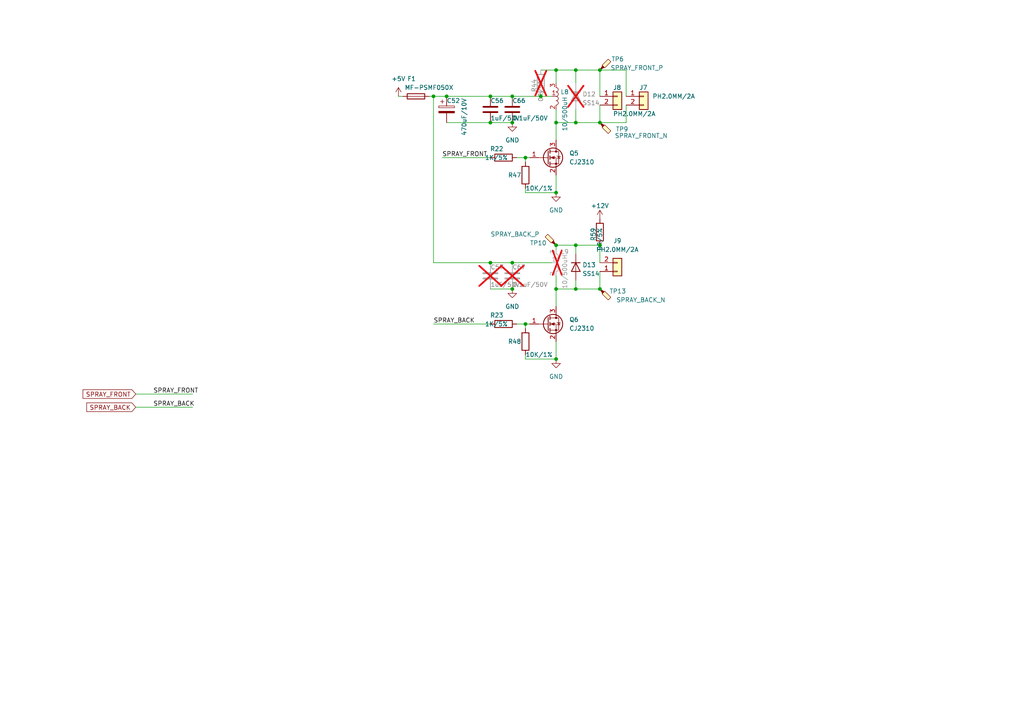
<source format=kicad_sch>
(kicad_sch (version 20231120) (generator "eeschema") (generator_version "8.0")
  (paper "A4")
  (lib_symbols
    (symbol "Connector:TestPoint_Probe" (pin_numbers hide) (pin_names (offset 0.762) hide)
      (property "Reference" "TP" (at 1.651 5.842 0))
      (property "Value" "TestPoint_Probe" (at 1.651 4.064 0))
      (symbol "TestPoint_Probe_0_1"
        (polyline (pts (xy 1.27 0.762) (xy 0 0) (xy 0.762 1.27) (xy 1.27 0.762)) (fill (type outline)))
        (polyline (pts (xy 1.397 0.635) (xy 0.635 1.397) (xy 2.413 3.175) (xy 3.175 2.413) (xy 1.397 0.635)) (fill (type background)))
      )
      (symbol "TestPoint_Probe_1_1"
        (pin passive line (at 0 0 90) (length 0) (name "1") (number "1"))
      )
    )
    (symbol "Connector_Generic:Conn_01x02" (pin_names (offset 1.016) hide)
      (property "Reference" "J" (at 0 2.54 0))
      (property "Value" "Conn_01x02" (at 0 -5.08 0))
      (symbol "Conn_01x02_1_1"
        (rectangle (start -1.27 -2.413) (end 0 -2.667) (stroke (width 0.1524)))
        (rectangle (start -1.27 0.127) (end 0 -0.127) (stroke (width 0.1524)))
        (rectangle (start -1.27 1.27) (end 1.27 -3.81) (stroke (width 0.254)) (fill (type background)))
        (pin passive line (at -5.08 0 0) (length 3.81) (name "Pin_1") (number "1"))
        (pin passive line (at -5.08 -2.54 0) (length 3.81) (name "Pin_2") (number "2"))
      )
    )
    (symbol "Device:C" (pin_numbers hide) (pin_names (offset 0.254))
      (property "Reference" "C" (at 0.635 2.54 0))
      (property "Value" "C" (at 0.635 -2.54 0))
      (symbol "C_0_1"
        (polyline (pts (xy -2.032 -0.762) (xy 2.032 -0.762)) (stroke (width 0.508)))
        (polyline (pts (xy -2.032 0.762) (xy 2.032 0.762)) (stroke (width 0.508)))
      )
      (symbol "C_1_1"
        (pin passive line (at 0 3.81 270) (length 2.794) (name "~") (number "1"))
        (pin passive line (at 0 -3.81 90) (length 2.794) (name "~") (number "2"))
      )
    )
    (symbol "Device:C_Polarized" (pin_numbers hide) (pin_names (offset 0.254))
      (property "Reference" "C" (at 0.635 2.54 0))
      (property "Value" "C_Polarized" (at 0.635 -2.54 0))
      (symbol "C_Polarized_0_1"
        (rectangle (start -2.286 0.508) (end 2.286 1.016))
        (polyline (pts (xy -1.778 2.286) (xy -0.762 2.286)))
        (polyline (pts (xy -1.27 2.794) (xy -1.27 1.778)))
        (rectangle (start 2.286 -0.508) (end -2.286 -1.016) (fill (type outline)))
      )
      (symbol "C_Polarized_1_1"
        (pin passive line (at 0 3.81 270) (length 2.794) (name "~") (number "1"))
        (pin passive line (at 0 -3.81 90) (length 2.794) (name "~") (number "2"))
      )
    )
    (symbol "Device:D" (pin_numbers hide) (pin_names (offset 1.016) hide)
      (property "Reference" "D" (at 0 2.54 0))
      (property "Value" "D" (at 0 -2.54 0))
      (symbol "D_0_1"
        (polyline (pts (xy -1.27 1.27) (xy -1.27 -1.27)) (stroke (width 0.254)))
        (polyline (pts (xy 1.27 0) (xy -1.27 0)))
        (polyline (pts (xy 1.27 1.27) (xy 1.27 -1.27) (xy -1.27 0) (xy 1.27 1.27)) (stroke (width 0.254)))
      )
      (symbol "D_1_1"
        (pin passive line (at -3.81 0 0) (length 2.54) (name "K") (number "1"))
        (pin passive line (at 3.81 0 180) (length 2.54) (name "A") (number "2"))
      )
    )
    (symbol "Device:Fuse" (pin_numbers hide) (pin_names (offset 0))
      (property "Reference" "F" (at 2.032 0 90))
      (property "Value" "Fuse" (at -1.905 0 90))
      (symbol "Fuse_0_1"
        (rectangle (start -0.762 -2.54) (end 0.762 2.54) (stroke (width 0.254)))
        (polyline (pts (xy 0 2.54) (xy 0 -2.54)))
      )
      (symbol "Fuse_1_1"
        (pin passive line (at 0 3.81 270) (length 1.27) (name "~") (number "1"))
        (pin passive line (at 0 -3.81 90) (length 1.27) (name "~") (number "2"))
      )
    )
    (symbol "Device:Q_NMOS_GSD" (pin_names (offset 0) hide)
      (property "Reference" "Q" (at 5.08 1.27 0))
      (property "Value" "Q_NMOS_GSD" (at 5.08 -1.27 0))
      (symbol "Q_NMOS_GSD_0_1"
        (polyline (pts (xy 0.254 0) (xy -2.54 0)))
        (polyline (pts (xy 0.254 1.905) (xy 0.254 -1.905)) (stroke (width 0.254)))
        (polyline (pts (xy 0.762 -1.27) (xy 0.762 -2.286)) (stroke (width 0.254)))
        (polyline (pts (xy 0.762 0.508) (xy 0.762 -0.508)) (stroke (width 0.254)))
        (polyline (pts (xy 0.762 2.286) (xy 0.762 1.27)) (stroke (width 0.254)))
        (polyline (pts (xy 2.54 2.54) (xy 2.54 1.778)))
        (polyline (pts (xy 2.54 -2.54) (xy 2.54 0) (xy 0.762 0)))
        (polyline (pts (xy 0.762 -1.778) (xy 3.302 -1.778) (xy 3.302 1.778) (xy 0.762 1.778)))
        (polyline (pts (xy 1.016 0) (xy 2.032 0.381) (xy 2.032 -0.381) (xy 1.016 0)) (fill (type outline)))
        (polyline (pts (xy 2.794 0.508) (xy 2.921 0.381) (xy 3.683 0.381) (xy 3.81 0.254)))
        (polyline (pts (xy 3.302 0.381) (xy 2.921 -0.254) (xy 3.683 -0.254) (xy 3.302 0.381)))
        (circle (center 1.651 0) (radius 2.794) (stroke (width 0.254)))
        (circle (center 2.54 -1.778) (radius 0.254) (fill (type outline)))
        (circle (center 2.54 1.778) (radius 0.254) (fill (type outline)))
      )
      (symbol "Q_NMOS_GSD_1_1"
        (pin input line (at -5.08 0 0) (length 2.54) (name "G") (number "1"))
        (pin passive line (at 2.54 -5.08 90) (length 2.54) (name "S") (number "2"))
        (pin passive line (at 2.54 5.08 270) (length 2.54) (name "D") (number "3"))
      )
    )
    (symbol "Device:R" (pin_numbers hide) (pin_names (offset 0))
      (property "Reference" "R" (at 2.032 0 90))
      (property "Value" "R" (at 0 0 90))
      (symbol "R_0_1"
        (rectangle (start -1.016 -2.54) (end 1.016 2.54) (stroke (width 0.254)))
      )
      (symbol "R_1_1"
        (pin passive line (at 0 3.81 270) (length 1.27) (name "~") (number "1"))
        (pin passive line (at 0 -3.81 90) (length 1.27) (name "~") (number "2"))
      )
    )
    (symbol "Ovo_Device:L_Coupled_1213" (pin_names hide)
      (property "Reference" "L" (at 2.54 2.54 0))
      (property "Value" "L_Coupled_1213" (at 10.16 0 0))
      (symbol "L_Coupled_1213_0_1"
        (arc (start 0 -2.54) (mid 0.6323 -1.905) (end 0 -1.27))
        (arc (start 0 -1.27) (mid 0.6323 -0.635) (end 0 0))
        (arc (start 0 0) (mid 0.6323 0.635) (end 0 1.27))
        (arc (start 0 1.27) (mid 0.6323 1.905) (end 0 2.54))
      )
      (symbol "L_Coupled_1213_1_1"
        (pin passive line (at -1.27 0 0) (length 1.27) (name "1") (number "1"))
        (pin passive line (at 0 -3.81 90) (length 1.27) (name "2") (number "2"))
        (pin passive line (at 0 3.81 270) (length 1.27) (name "3") (number "3"))
      )
    )
    (symbol "power:+12V" (power) (pin_names (offset 0))
      (property "Value" "+12V" (at 0 3.556 0))
      (symbol "+12V_0_1"
        (polyline (pts (xy -0.762 1.27) (xy 0 2.54)))
        (polyline (pts (xy 0 0) (xy 0 2.54)))
        (polyline (pts (xy 0 2.54) (xy 0.762 1.27)))
      )
      (symbol "+12V_1_1"
        (pin power_in line (at 0 0 90) (length 0) hide (name "+12V") (number "1"))
      )
    )
    (symbol "power:+5V" (power) (pin_names (offset 0))
      (property "Value" "+5V" (at 0 3.556 0))
      (symbol "+5V_0_1"
        (polyline (pts (xy -0.762 1.27) (xy 0 2.54)))
        (polyline (pts (xy 0 0) (xy 0 2.54)))
        (polyline (pts (xy 0 2.54) (xy 0.762 1.27)))
      )
      (symbol "+5V_1_1"
        (pin power_in line (at 0 0 90) (length 0) hide (name "+5V") (number "1"))
      )
    )
    (symbol "power:GND" (power) (pin_names (offset 0))
      (property "Value" "GND" (at 0 -3.81 0))
      (symbol "GND_0_1"
        (polyline (pts (xy 0 0) (xy 0 -1.27) (xy 1.27 -1.27) (xy 0 -2.54) (xy -1.27 -1.27) (xy 0 -1.27)))
      )
      (symbol "GND_1_1"
        (pin power_in line (at 0 0 270) (length 0) hide (name "GND") (number "1"))
      )
    )
  )
  (junction (at 161.29 83.82))
  (junction (at 148.59 27.94))
  (junction (at 148.59 35.56))
  (junction (at 148.59 83.82))
  (junction (at 142.24 35.56))
  (junction (at 161.29 35.56))
  (junction (at 173.99 71.12))
  (junction (at 167.005 83.82))
  (junction (at 152.4 45.72))
  (junction (at 167.005 35.56))
  (junction (at 167.005 20.32))
  (junction (at 161.29 104.14))
  (junction (at 125.73 27.94))
  (junction (at 161.29 55.88))
  (junction (at 173.99 20.32))
  (junction (at 152.4 93.98))
  (junction (at 142.24 27.94))
  (junction (at 148.59 76.2))
  (junction (at 173.99 35.56))
  (junction (at 161.29 20.32))
  (junction (at 142.24 76.2))
  (junction (at 129.54 27.94))
  (junction (at 167.005 71.12))
  (junction (at 156.845 27.94))
  (junction (at 161.29 71.12))
  (junction (at 173.99 83.82))
  (wire (pts (xy 129.54 27.94) (xy 142.24 27.94)))
  (wire (pts (xy 161.29 35.56) (xy 161.29 40.64)))
  (wire (pts (xy 167.005 31.75) (xy 167.005 35.56)))
  (wire (pts (xy 124.46 27.94) (xy 125.73 27.94)))
  (wire (pts (xy 149.86 93.98) (xy 152.4 93.98)))
  (wire (pts (xy 152.4 45.72) (xy 152.4 46.99)))
  (wire (pts (xy 167.005 83.82) (xy 161.29 83.82)))
  (wire (pts (xy 152.4 93.98) (xy 153.67 93.98)))
  (wire (pts (xy 142.24 83.82) (xy 148.59 83.82)))
  (wire (pts (xy 167.005 35.56) (xy 161.29 35.56)))
  (wire (pts (xy 115.57 27.94) (xy 116.84 27.94)))
  (wire (pts (xy 129.54 35.56) (xy 142.24 35.56)))
  (wire (pts (xy 156.845 27.94) (xy 160.02 27.94)))
  (wire (pts (xy 149.86 45.72) (xy 152.4 45.72)))
  (wire (pts (xy 161.29 31.75) (xy 161.29 35.56)))
  (wire (pts (xy 39.37 114.3) (xy 55.88 114.3)))
  (wire (pts (xy 142.24 27.94) (xy 148.59 27.94)))
  (wire (pts (xy 181.61 20.32) (xy 181.61 27.94)))
  (wire (pts (xy 152.4 104.14) (xy 152.4 102.87)))
  (wire (pts (xy 181.61 35.56) (xy 173.99 35.56)))
  (wire (pts (xy 152.4 55.88) (xy 152.4 54.61)))
  (wire (pts (xy 173.99 30.48) (xy 173.99 35.56)))
  (wire (pts (xy 128.27 45.72) (xy 142.24 45.72)))
  (wire (pts (xy 167.005 20.32) (xy 173.99 20.32)))
  (wire (pts (xy 142.24 76.2) (xy 148.59 76.2)))
  (wire (pts (xy 142.24 35.56) (xy 148.59 35.56)))
  (wire (pts (xy 167.005 71.12) (xy 173.99 71.12)))
  (wire (pts (xy 181.61 30.48) (xy 181.61 35.56)))
  (wire (pts (xy 181.61 20.32) (xy 173.99 20.32)))
  (wire (pts (xy 173.99 20.32) (xy 173.99 27.94)))
  (wire (pts (xy 125.73 76.2) (xy 142.24 76.2)))
  (wire (pts (xy 125.73 27.94) (xy 129.54 27.94)))
  (wire (pts (xy 161.29 104.14) (xy 152.4 104.14)))
  (wire (pts (xy 161.29 55.88) (xy 152.4 55.88)))
  (wire (pts (xy 167.005 20.32) (xy 167.005 24.13)))
  (wire (pts (xy 161.29 71.12) (xy 167.005 71.12)))
  (wire (pts (xy 173.99 83.82) (xy 167.005 83.82)))
  (wire (pts (xy 167.005 71.12) (xy 167.005 73.66)))
  (wire (pts (xy 125.73 27.94) (xy 125.73 76.2)))
  (wire (pts (xy 161.29 104.14) (xy 161.29 99.06)))
  (wire (pts (xy 173.99 78.74) (xy 173.99 83.82)))
  (wire (pts (xy 39.37 118.11) (xy 55.88 118.11)))
  (wire (pts (xy 161.29 20.32) (xy 161.29 24.13)))
  (wire (pts (xy 167.005 81.28) (xy 167.005 83.82)))
  (wire (pts (xy 148.59 27.94) (xy 156.845 27.94)))
  (wire (pts (xy 161.29 83.82) (xy 161.29 88.9)))
  (wire (pts (xy 173.99 71.12) (xy 173.99 76.2)))
  (wire (pts (xy 173.99 35.56) (xy 167.005 35.56)))
  (wire (pts (xy 148.59 76.2) (xy 160.02 76.2)))
  (wire (pts (xy 156.845 20.32) (xy 161.29 20.32)))
  (wire (pts (xy 161.29 20.32) (xy 167.005 20.32)))
  (wire (pts (xy 125.73 93.98) (xy 142.24 93.98)))
  (wire (pts (xy 161.29 71.12) (xy 161.29 72.39)))
  (wire (pts (xy 152.4 93.98) (xy 152.4 95.25)))
  (wire (pts (xy 161.29 80.01) (xy 161.29 83.82)))
  (wire (pts (xy 152.4 45.72) (xy 153.67 45.72)))
  (wire (pts (xy 161.29 55.88) (xy 161.29 50.8)))
  (label "SPRAY_FRONT" (at 44.45 114.3 0))
  (label "SPRAY_BACK" (at 44.45 118.11 0))
  (label "SPRAY_BACK" (at 125.73 93.98 0))
  (label "SPRAY_FRONT" (at 128.27 45.72 0))
  (global_label "SPRAY_BACK" (shape input) (at 39.37 118.11 180) (property "Intersheetrefs" "${INTERSHEET_REFS}" (effects (hide yes))))
  (global_label "SPRAY_FRONT" (shape input) (at 39.37 114.3 180) (property "Intersheetrefs" "${INTERSHEET_REFS}" (effects (hide yes))))
  (symbol (lib_id "Device:Fuse") (at 120.65 27.94 90) (unit 1)
    (property "Reference" "F1" (at 119.38 22.86 90))
    (property "Value" "MF-PSMF050X" (at 124.46 25.4 90))
    (property "Footprint" "Fuse:Fuse_0805_2012Metric" (effects (hide yes)))
  )
  (symbol (lib_id "Connector_Generic:Conn_01x02") (at 179.07 78.74 0) (mirror x) (unit 1)
    (property "Reference" "J9" (at 179.07 69.85 0))
    (property "Value" "PH2.0MM/2A" (at 179.07 72.39 0))
    (property "Footprint" "Connector_JST:JST_PH_B2B-PH-K_1x02_P2.00mm_Vertical" (effects (hide yes)))
  )
  (symbol (lib_id "power:+5V") (at 115.57 27.94 0) (unit 1)
    (property "Reference" "#PWR0187" (effects (hide yes)))
    (property "Value" "+5V" (at 115.57 22.86 0))
  )
  (symbol (lib_id "Device:Q_NMOS_GSD") (at 158.75 93.98 0) (unit 1)
    (property "Reference" "Q6" (at 165.1 92.7099 0) (effects (justify left)))
    (property "Value" "CJ2310" (at 165.1 95.2499 0) (effects (justify left)))
    (property "Footprint" "Package_TO_SOT_SMD:SOT-23" (effects (hide yes)))
  )
  (symbol (lib_id "Device:R") (at 152.4 50.8 0) (unit 1)
    (property "Reference" "R47" (at 147.32 50.8 0) (effects (justify left)))
    (property "Value" "10K/1%" (at 152.4 54.61 0) (effects (justify left)))
    (property "Footprint" "Resistor_SMD:R_0603_1608Metric" (effects (hide yes)))
  )
  (symbol (lib_id "Device:C_Polarized") (at 129.54 31.75 0) (unit 1)
    (property "Reference" "C52" (at 129.54 29.21 0) (effects (justify left)))
    (property "Value" "470uF/10V" (at 134.62 39.37 90) (effects (justify left)))
    (property "Footprint" "Capacitor_SMD:CP_Elec_6.3x7.7" (effects (hide yes)))
  )
  (symbol (lib_id "Connector:TestPoint_Probe") (at 161.29 71.12 90) (unit 1)
    (property "Reference" "TP10" (at 153.67 70.485 90) (effects (justify right)))
    (property "Value" "SPRAY_BACK_P" (at 142.24 67.945 90) (effects (justify right)))
    (property "Footprint" "TestPoint:TestPoint_Pad_D1.0mm" (effects (hide yes)))
  )
  (symbol (lib_id "Device:R") (at 156.845 24.13 180) (unit 1) (dnp yes)
    (property "Reference" "R44" (at 154.94 22.86 90) (effects (justify left)))
    (property "Value" "0R/5%" (at 156.845 22.86 90) (effects (justify left)))
    (property "Footprint" "Resistor_SMD:R_0603_1608Metric" (effects (hide yes)))
  )
  (symbol (lib_id "Ovo_Device:L_Coupled_1213") (at 161.29 76.2 0) (unit 1) (dnp yes)
    (property "Reference" "L9" (at 162.56 73.025 0) (effects (justify left)))
    (property "Value" "10/500uH" (at 163.83 83.8201 90) (effects (justify left)))
    (property "Footprint" "Ovo_Inductor_Boost:L_WLJ_CD0805" (effects (hide yes)))
  )
  (symbol (lib_id "Device:C") (at 142.24 80.01 0) (unit 1) (dnp yes)
    (property "Reference" "C57" (at 142.24 77.47 0) (effects (justify left)))
    (property "Value" "1uF/50V" (at 142.24 82.55 0) (effects (justify left)))
    (property "Footprint" "Capacitor_SMD:C_0603_1608Metric" (effects (hide yes)))
  )
  (symbol (lib_id "Connector:TestPoint_Probe") (at 173.99 20.32 0) (unit 1)
    (property "Reference" "TP6" (at 180.975 17.145 0) (effects (justify right)))
    (property "Value" "SPRAY_FRONT_P" (at 192.405 19.685 0) (effects (justify right)))
    (property "Footprint" "TestPoint:TestPoint_Pad_D1.0mm" (effects (hide yes)))
  )
  (symbol (lib_id "power:+12V") (at 173.99 63.5 0) (unit 1)
    (property "Reference" "#PWR08" (effects (hide yes)))
    (property "Value" "+12V" (at 173.99 59.69 0))
  )
  (symbol (lib_id "Device:R") (at 146.05 93.98 90) (unit 1)
    (property "Reference" "R23" (at 146.05 91.44 90) (effects (justify left)))
    (property "Value" "1K/5%" (at 147.32 93.98 90) (effects (justify left)))
    (property "Footprint" "Resistor_SMD:R_0603_1608Metric" (effects (hide yes)))
  )
  (symbol (lib_id "Device:D") (at 167.005 77.47 270) (unit 1)
    (property "Reference" "D13" (at 168.91 76.835 90) (effects (justify left)))
    (property "Value" "SS14" (at 168.91 79.375 90) (effects (justify left)))
    (property "Footprint" "Diode_SMD:D_SOD-123" (effects (hide yes)))
  )
  (symbol (lib_id "Device:C") (at 148.59 80.01 0) (unit 1) (dnp yes)
    (property "Reference" "C67" (at 148.59 77.47 0) (effects (justify left)))
    (property "Value" "0.1uF/50V" (at 148.59 82.55 0) (effects (justify left)))
    (property "Footprint" "Capacitor_SMD:C_0603_1608Metric" (effects (hide yes)))
  )
  (symbol (lib_id "Device:Q_NMOS_GSD") (at 158.75 45.72 0) (unit 1)
    (property "Reference" "Q5" (at 165.1 44.4499 0) (effects (justify left)))
    (property "Value" "CJ2310" (at 165.1 46.9899 0) (effects (justify left)))
    (property "Footprint" "Package_TO_SOT_SMD:SOT-23" (effects (hide yes)))
  )
  (symbol (lib_id "Device:D") (at 167.005 27.94 270) (unit 1) (dnp yes)
    (property "Reference" "D12" (at 168.91 27.305 90) (effects (justify left)))
    (property "Value" "SS14" (at 168.91 29.845 90) (effects (justify left)))
    (property "Footprint" "Diode_SMD:D_SOD-123" (effects (hide yes)))
  )
  (symbol (lib_id "Connector_Generic:Conn_01x02") (at 186.69 27.94 0) (unit 1)
    (property "Reference" "J7" (at 185.42 25.4 0) (effects (justify left)))
    (property "Value" "PH2.0MM/2A" (at 189.23 27.94 0) (effects (justify left)))
    (property "Footprint" "Connector_JST:JST_PH_B2B-PH-K_1x02_P2.00mm_Vertical" (effects (hide yes)))
  )
  (symbol (lib_id "power:GND") (at 161.29 55.88 0) (unit 1)
    (property "Reference" "#PWR0188" (effects (hide yes)))
    (property "Value" "GND" (at 161.29 60.96 0))
  )
  (symbol (lib_id "Device:R") (at 146.05 45.72 90) (unit 1)
    (property "Reference" "R22" (at 146.05 43.18 90) (effects (justify left)))
    (property "Value" "1K/5%" (at 147.32 45.72 90) (effects (justify left)))
    (property "Footprint" "Resistor_SMD:R_0603_1608Metric" (effects (hide yes)))
  )
  (symbol (lib_id "Device:C") (at 148.59 31.75 0) (unit 1)
    (property "Reference" "C66" (at 148.59 29.21 0) (effects (justify left)))
    (property "Value" "0.1uF/50V" (at 148.59 34.29 0) (effects (justify left)))
    (property "Footprint" "Capacitor_SMD:C_0603_1608Metric" (effects (hide yes)))
  )
  (symbol (lib_id "Device:C") (at 142.24 31.75 0) (unit 1)
    (property "Reference" "C56" (at 142.24 29.21 0) (effects (justify left)))
    (property "Value" "1uF/50V" (at 142.24 34.29 0) (effects (justify left)))
    (property "Footprint" "Capacitor_SMD:C_0603_1608Metric" (effects (hide yes)))
  )
  (symbol (lib_id "Connector:TestPoint_Probe") (at 173.99 83.82 270) (unit 1)
    (property "Reference" "TP13" (at 181.61 84.455 90) (effects (justify right)))
    (property "Value" "SPRAY_BACK_N" (at 193.04 86.995 90) (effects (justify right)))
    (property "Footprint" "TestPoint:TestPoint_Pad_D1.0mm" (effects (hide yes)))
  )
  (symbol (lib_id "power:GND") (at 148.59 83.82 0) (unit 1)
    (property "Reference" "#PWR0190" (effects (hide yes)))
    (property "Value" "GND" (at 148.59 88.9 0))
  )
  (symbol (lib_id "Connector_Generic:Conn_01x02") (at 179.07 27.94 0) (unit 1)
    (property "Reference" "J8" (at 177.8 25.4 0) (effects (justify left)))
    (property "Value" "PH2.0MM/2A" (at 177.8 33.02 0) (effects (justify left)))
    (property "Footprint" "Connector_JST:JST_PH_B2B-PH-K_1x02_P2.00mm_Vertical" (effects (hide yes)))
  )
  (symbol (lib_id "Ovo_Device:L_Coupled_1213") (at 161.29 27.94 0) (unit 1)
    (property "Reference" "L8" (at 162.56 26.6699 0) (effects (justify left)))
    (property "Value" "10/500uH" (at 163.83 38.1 90) (effects (justify left)))
    (property "Footprint" "Ovo_Inductor_Boost:L_WLJ_CD0805" (effects (hide yes)))
  )
  (symbol (lib_id "Device:R") (at 173.99 67.31 180) (unit 1)
    (property "Reference" "R59" (at 172.085 66.04 90) (effects (justify left)))
    (property "Value" "0R/5%" (at 173.99 66.04 90) (effects (justify left)))
    (property "Footprint" "Resistor_SMD:R_0603_1608Metric" (effects (hide yes)))
  )
  (symbol (lib_id "power:GND") (at 148.59 35.56 0) (unit 1)
    (property "Reference" "#PWR0186" (effects (hide yes)))
    (property "Value" "GND" (at 148.59 40.64 0))
  )
  (symbol (lib_id "Device:R") (at 152.4 99.06 0) (unit 1)
    (property "Reference" "R48" (at 147.32 99.06 0) (effects (justify left)))
    (property "Value" "10K/1%" (at 152.4 102.87 0) (effects (justify left)))
    (property "Footprint" "Resistor_SMD:R_0603_1608Metric" (effects (hide yes)))
  )
  (symbol (lib_id "power:GND") (at 161.29 104.14 0) (unit 1)
    (property "Reference" "#PWR0189" (effects (hide yes)))
    (property "Value" "GND" (at 161.29 109.22 0))
  )
  (symbol (lib_id "Connector:TestPoint_Probe") (at 173.99 35.56 270) (unit 1)
    (property "Reference" "TP9" (at 182.245 37.465 90) (effects (justify right)))
    (property "Value" "SPRAY_FRONT_N" (at 193.675 39.37 90) (effects (justify right)))
    (property "Footprint" "TestPoint:TestPoint_Pad_D1.0mm" (effects (hide yes)))
  )
)
</source>
